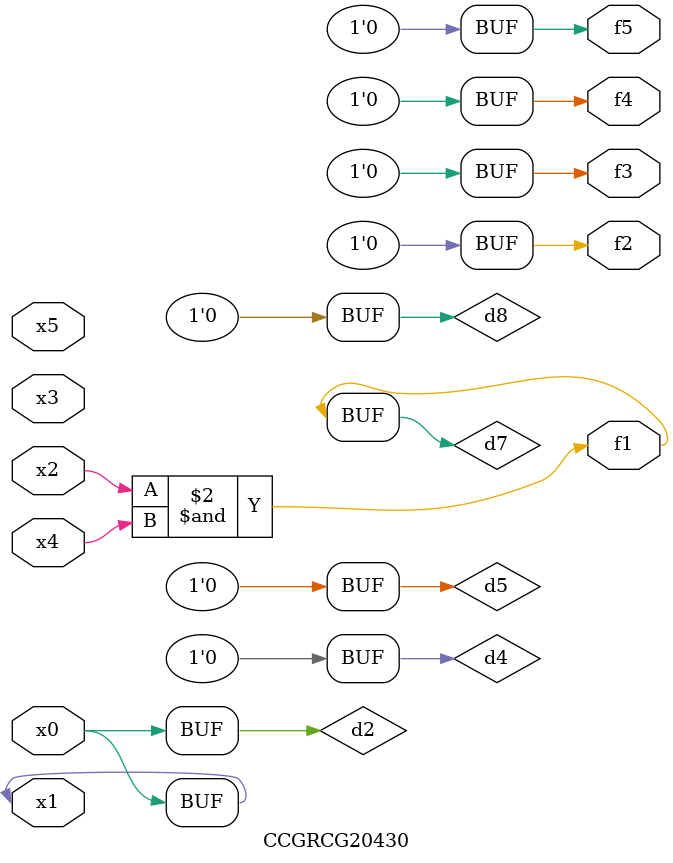
<source format=v>
module CCGRCG20430(
	input x0, x1, x2, x3, x4, x5,
	output f1, f2, f3, f4, f5
);

	wire d1, d2, d3, d4, d5, d6, d7, d8, d9;

	nand (d1, x1);
	buf (d2, x0, x1);
	nand (d3, x2, x4);
	and (d4, d1, d2);
	and (d5, d1, d2);
	nand (d6, d1, d3);
	not (d7, d3);
	xor (d8, d5);
	nor (d9, d5, d6);
	assign f1 = d7;
	assign f2 = d8;
	assign f3 = d8;
	assign f4 = d8;
	assign f5 = d8;
endmodule

</source>
